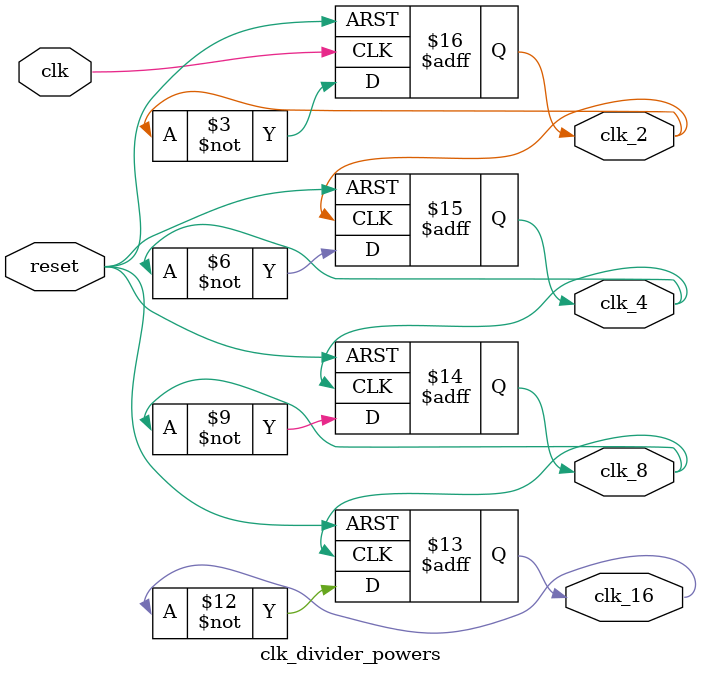
<source format=v>

module clk_divider_powers (
    input  wire clk,        // Input clock
    input  wire reset,      // Active-low asynchronous reset
    output reg  clk_2,      // clk divided by 2
    output reg  clk_4,      // clk divided by 4
    output reg  clk_8,      // clk divided by 8
    output reg  clk_16      // clk divided by 16
);

    // Divide-by-2
    always @(posedge clk or negedge reset) begin
        if (!reset)
            clk_2 <= 1'b0;
        else
            clk_2 <= ~clk_2;
    end

    // Divide-by-4
    always @(posedge clk_2 or negedge reset) begin
        if (!reset)
            clk_4 <= 1'b0;
        else
            clk_4 <= ~clk_4;
    end

    // Divide-by-8
    always @(posedge clk_4 or negedge reset) begin
        if (!reset)
            clk_8 <= 1'b0;
        else
            clk_8 <= ~clk_8;
    end

    // Divide-by-16
    always @(posedge clk_8 or negedge reset) begin
        if (!reset)
            clk_16 <= 1'b0;
        else
            clk_16 <= ~clk_16;
    end

endmodule

</source>
